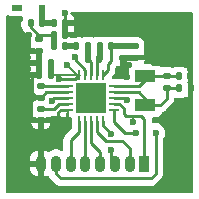
<source format=gbr>
%TF.GenerationSoftware,KiCad,Pcbnew,8.0.5*%
%TF.CreationDate,2024-10-24T22:42:24-04:00*%
%TF.ProjectId,NRF24L01 2.4GHZ,4e524632-344c-4303-9120-322e3447485a,rev?*%
%TF.SameCoordinates,Original*%
%TF.FileFunction,Copper,L1,Top*%
%TF.FilePolarity,Positive*%
%FSLAX46Y46*%
G04 Gerber Fmt 4.6, Leading zero omitted, Abs format (unit mm)*
G04 Created by KiCad (PCBNEW 8.0.5) date 2024-10-24 22:42:24*
%MOMM*%
%LPD*%
G01*
G04 APERTURE LIST*
G04 Aperture macros list*
%AMRoundRect*
0 Rectangle with rounded corners*
0 $1 Rounding radius*
0 $2 $3 $4 $5 $6 $7 $8 $9 X,Y pos of 4 corners*
0 Add a 4 corners polygon primitive as box body*
4,1,4,$2,$3,$4,$5,$6,$7,$8,$9,$2,$3,0*
0 Add four circle primitives for the rounded corners*
1,1,$1+$1,$2,$3*
1,1,$1+$1,$4,$5*
1,1,$1+$1,$6,$7*
1,1,$1+$1,$8,$9*
0 Add four rect primitives between the rounded corners*
20,1,$1+$1,$2,$3,$4,$5,0*
20,1,$1+$1,$4,$5,$6,$7,0*
20,1,$1+$1,$6,$7,$8,$9,0*
20,1,$1+$1,$8,$9,$2,$3,0*%
G04 Aperture macros list end*
%TA.AperFunction,SMDPad,CuDef*%
%ADD10RoundRect,0.140000X-0.170000X0.140000X-0.170000X-0.140000X0.170000X-0.140000X0.170000X0.140000X0*%
%TD*%
%TA.AperFunction,SMDPad,CuDef*%
%ADD11RoundRect,0.140000X-0.140000X-0.170000X0.140000X-0.170000X0.140000X0.170000X-0.140000X0.170000X0*%
%TD*%
%TA.AperFunction,SMDPad,CuDef*%
%ADD12RoundRect,0.062500X0.062500X-0.350000X0.062500X0.350000X-0.062500X0.350000X-0.062500X-0.350000X0*%
%TD*%
%TA.AperFunction,SMDPad,CuDef*%
%ADD13RoundRect,0.062500X0.350000X-0.062500X0.350000X0.062500X-0.350000X0.062500X-0.350000X-0.062500X0*%
%TD*%
%TA.AperFunction,HeatsinkPad*%
%ADD14R,2.500000X2.500000*%
%TD*%
%TA.AperFunction,SMDPad,CuDef*%
%ADD15RoundRect,0.140000X0.140000X0.170000X-0.140000X0.170000X-0.140000X-0.170000X0.140000X-0.170000X0*%
%TD*%
%TA.AperFunction,SMDPad,CuDef*%
%ADD16RoundRect,0.135000X-0.185000X0.135000X-0.185000X-0.135000X0.185000X-0.135000X0.185000X0.135000X0*%
%TD*%
%TA.AperFunction,SMDPad,CuDef*%
%ADD17RoundRect,0.147500X0.147500X0.172500X-0.147500X0.172500X-0.147500X-0.172500X0.147500X-0.172500X0*%
%TD*%
%TA.AperFunction,SMDPad,CuDef*%
%ADD18RoundRect,0.135000X0.185000X-0.135000X0.185000X0.135000X-0.185000X0.135000X-0.185000X-0.135000X0*%
%TD*%
%TA.AperFunction,ConnectorPad*%
%ADD19R,0.500000X0.500000*%
%TD*%
%TA.AperFunction,ComponentPad*%
%ADD20R,0.900000X0.500000*%
%TD*%
%TA.AperFunction,SMDPad,CuDef*%
%ADD21RoundRect,0.147500X-0.147500X-0.172500X0.147500X-0.172500X0.147500X0.172500X-0.147500X0.172500X0*%
%TD*%
%TA.AperFunction,ComponentPad*%
%ADD22RoundRect,0.225000X0.225000X0.475000X-0.225000X0.475000X-0.225000X-0.475000X0.225000X-0.475000X0*%
%TD*%
%TA.AperFunction,ComponentPad*%
%ADD23O,0.900000X1.400000*%
%TD*%
%TA.AperFunction,SMDPad,CuDef*%
%ADD24R,1.800000X1.000000*%
%TD*%
%TA.AperFunction,ViaPad*%
%ADD25C,0.600000*%
%TD*%
%TA.AperFunction,Conductor*%
%ADD26C,0.508000*%
%TD*%
%TA.AperFunction,Conductor*%
%ADD27C,0.254000*%
%TD*%
%TA.AperFunction,Conductor*%
%ADD28C,0.200000*%
%TD*%
G04 APERTURE END LIST*
D10*
%TO.P,C10,1*%
%TO.N,Net-(C10-Pad1)*%
X151720000Y-87280000D03*
%TO.P,C10,2*%
%TO.N,GNDREF*%
X151720000Y-88240000D03*
%TD*%
D11*
%TO.P,C1,1*%
%TO.N,Net-(U1-XC2)*%
X163565000Y-91420000D03*
%TO.P,C1,2*%
%TO.N,GNDREF*%
X164525000Y-91420000D03*
%TD*%
%TO.P,C6,1*%
%TO.N,Net-(C10-Pad1)*%
X152960000Y-86880000D03*
%TO.P,C6,2*%
%TO.N,GNDREF*%
X153920000Y-86880000D03*
%TD*%
D12*
%TO.P,U1,1,CE*%
%TO.N,Net-(J1-Pin_6)*%
X155082500Y-94167500D03*
%TO.P,U1,2,CSN*%
%TO.N,Net-(J1-Pin_5)*%
X155582500Y-94167500D03*
%TO.P,U1,3,SCK*%
%TO.N,Net-(J1-Pin_4)*%
X156082500Y-94167500D03*
%TO.P,U1,4,MOSI*%
%TO.N,Net-(J1-Pin_2)*%
X156582500Y-94167500D03*
%TO.P,U1,5,MISO*%
%TO.N,Net-(J1-Pin_3)*%
X157082500Y-94167500D03*
D13*
%TO.P,U1,6,IRQ*%
%TO.N,Net-(J1-Pin_7)*%
X158020000Y-93230000D03*
%TO.P,U1,7,VDD*%
%TO.N,VDD*%
X158020000Y-92730000D03*
%TO.P,U1,8,VSS*%
%TO.N,GNDREF*%
X158020000Y-92230000D03*
%TO.P,U1,9,XC2*%
%TO.N,Net-(U1-XC2)*%
X158020000Y-91730000D03*
%TO.P,U1,10,XC1*%
%TO.N,Net-(U1-XC1)*%
X158020000Y-91230000D03*
D12*
%TO.P,U1,11,VDD_PA*%
%TO.N,Net-(U1-VDD_PA)*%
X157082500Y-90292500D03*
%TO.P,U1,12,ANT1*%
%TO.N,Net-(U1-ANT1)*%
X156582500Y-90292500D03*
%TO.P,U1,13,ANT2*%
%TO.N,Net-(U1-ANT2)*%
X156082500Y-90292500D03*
%TO.P,U1,14,VSS*%
%TO.N,GNDREF*%
X155582500Y-90292500D03*
%TO.P,U1,15,VDD*%
%TO.N,VDD*%
X155082500Y-90292500D03*
D13*
%TO.P,U1,16,IREF*%
%TO.N,Net-(U1-IREF)*%
X154145000Y-91230000D03*
%TO.P,U1,17,VSS*%
%TO.N,GNDREF*%
X154145000Y-91730000D03*
%TO.P,U1,18,VDD*%
%TO.N,VDD*%
X154145000Y-92230000D03*
%TO.P,U1,19,DVDD*%
%TO.N,Net-(U1-DVDD)*%
X154145000Y-92730000D03*
%TO.P,U1,20,VSS*%
%TO.N,GNDREF*%
X154145000Y-93230000D03*
D14*
%TO.P,U1,21*%
%TO.N,N/C*%
X156082500Y-92230000D03*
%TD*%
D15*
%TO.P,C9,1*%
%TO.N,VDD*%
X152670000Y-89260000D03*
%TO.P,C9,2*%
%TO.N,GNDREF*%
X151710000Y-89260000D03*
%TD*%
D10*
%TO.P,C4,1*%
%TO.N,Net-(U1-VDD_PA)*%
X158830000Y-87850000D03*
%TO.P,C4,2*%
%TO.N,GNDREF*%
X158830000Y-88810000D03*
%TD*%
D16*
%TO.P,R2,1*%
%TO.N,Net-(U1-IREF)*%
X151840000Y-91230000D03*
%TO.P,R2,2*%
%TO.N,GNDREF*%
X151840000Y-92250000D03*
%TD*%
D17*
%TO.P,L3,1,1*%
%TO.N,Net-(U1-ANT2)*%
X155835000Y-87870000D03*
%TO.P,L3,2,2*%
%TO.N,Net-(C5-Pad1)*%
X154865000Y-87870000D03*
%TD*%
D11*
%TO.P,C11,1*%
%TO.N,Net-(AE1-A)*%
X152960000Y-85870000D03*
%TO.P,C11,2*%
%TO.N,GNDREF*%
X153920000Y-85870000D03*
%TD*%
D18*
%TO.P,R1,1*%
%TO.N,Net-(U1-XC2)*%
X162505000Y-91410000D03*
%TO.P,R1,2*%
%TO.N,Net-(U1-XC1)*%
X162505000Y-90390000D03*
%TD*%
D19*
%TO.P,AE1,1,A*%
%TO.N,Net-(AE1-A)*%
X151970000Y-84585000D03*
D20*
%TO.P,AE1,2*%
%TO.N,N/C*%
X149870000Y-84585000D03*
%TD*%
D15*
%TO.P,C8,1*%
%TO.N,VDD*%
X152680000Y-90290000D03*
%TO.P,C8,2*%
%TO.N,GNDREF*%
X151720000Y-90290000D03*
%TD*%
D21*
%TO.P,L4,1,1*%
%TO.N,Net-(C10-Pad1)*%
X151000000Y-85880000D03*
%TO.P,L4,2,2*%
%TO.N,Net-(AE1-A)*%
X151970000Y-85880000D03*
%TD*%
D11*
%TO.P,C2,1*%
%TO.N,Net-(U1-XC1)*%
X163555000Y-90390000D03*
%TO.P,C2,2*%
%TO.N,GNDREF*%
X164515000Y-90390000D03*
%TD*%
D22*
%TO.P,J1,1,Pin_1*%
%TO.N,VDD*%
X160625000Y-97790000D03*
D23*
%TO.P,J1,2,Pin_2*%
%TO.N,Net-(J1-Pin_2)*%
X159375000Y-97790000D03*
%TO.P,J1,3,Pin_3*%
%TO.N,Net-(J1-Pin_3)*%
X158125000Y-97790000D03*
%TO.P,J1,4,Pin_4*%
%TO.N,Net-(J1-Pin_4)*%
X156875000Y-97790000D03*
%TO.P,J1,5,Pin_5*%
%TO.N,Net-(J1-Pin_5)*%
X155625000Y-97790000D03*
%TO.P,J1,6,Pin_6*%
%TO.N,Net-(J1-Pin_6)*%
X154375000Y-97790000D03*
%TO.P,J1,7,Pin_7*%
%TO.N,Net-(J1-Pin_7)*%
X153125000Y-97790000D03*
%TO.P,J1,8,Pin_8*%
%TO.N,GNDREF*%
X151875000Y-97790000D03*
%TD*%
D15*
%TO.P,C5,1*%
%TO.N,Net-(C5-Pad1)*%
X153920000Y-87870000D03*
%TO.P,C5,2*%
%TO.N,Net-(C10-Pad1)*%
X152960000Y-87870000D03*
%TD*%
D17*
%TO.P,L1,1,1*%
%TO.N,Net-(U1-ANT1)*%
X156815000Y-88920000D03*
%TO.P,L1,2,2*%
%TO.N,Net-(U1-ANT2)*%
X155845000Y-88920000D03*
%TD*%
D21*
%TO.P,L2,1,1*%
%TO.N,Net-(U1-ANT1)*%
X156825000Y-87860000D03*
%TO.P,L2,2,2*%
%TO.N,Net-(U1-VDD_PA)*%
X157795000Y-87860000D03*
%TD*%
D10*
%TO.P,C7,1*%
%TO.N,Net-(U1-DVDD)*%
X151860000Y-93160000D03*
%TO.P,C7,2*%
%TO.N,GNDREF*%
X151860000Y-94120000D03*
%TD*%
D24*
%TO.P,Y1,1,1*%
%TO.N,Net-(U1-XC2)*%
X160705000Y-92860000D03*
%TO.P,Y1,2,2*%
%TO.N,Net-(U1-XC1)*%
X160705000Y-90360000D03*
%TD*%
D10*
%TO.P,C3,1*%
%TO.N,Net-(U1-VDD_PA)*%
X159850000Y-87850000D03*
%TO.P,C3,2*%
%TO.N,GNDREF*%
X159850000Y-88810000D03*
%TD*%
D25*
%TO.N,GNDREF*%
X150057500Y-85575000D03*
X149202500Y-85565000D03*
X157440000Y-85810000D03*
X161500000Y-85780000D03*
X155590000Y-92620000D03*
X162890000Y-88470000D03*
X164240000Y-85760000D03*
X156610000Y-91500000D03*
X162870000Y-85780000D03*
X163550000Y-85760000D03*
X158780000Y-86500000D03*
X159460000Y-86480000D03*
X162880000Y-87140000D03*
X157410000Y-86500000D03*
X159140000Y-90500000D03*
X163570000Y-87770000D03*
X156620000Y-92620000D03*
X164260000Y-87770000D03*
X155410000Y-85830000D03*
X153920000Y-85070000D03*
X156100000Y-85830000D03*
X162170000Y-87810000D03*
X163550000Y-86450000D03*
X160160000Y-85800000D03*
X164240000Y-86450000D03*
X160800000Y-86500000D03*
X158100000Y-86500000D03*
X162170000Y-86480000D03*
X161470000Y-87150000D03*
X164260000Y-88450000D03*
X150810000Y-86940000D03*
X159120000Y-92380000D03*
X154720000Y-86930000D03*
X162870000Y-86470000D03*
X162160000Y-87150000D03*
X162890000Y-87790000D03*
X154730000Y-88740000D03*
X163570000Y-88450000D03*
X162190000Y-85780000D03*
X158790000Y-85820000D03*
X160820000Y-85800000D03*
X160150000Y-86480000D03*
X158130000Y-85810000D03*
X155580000Y-91500000D03*
X161480000Y-86480000D03*
X159314265Y-89465735D03*
X156760000Y-85830000D03*
X159470000Y-85800000D03*
X164250000Y-87120000D03*
X163560000Y-87120000D03*
%TO.N,VDD*%
X154090000Y-89460000D03*
X152757164Y-92466122D03*
X153368353Y-90603000D03*
X159690000Y-94260000D03*
%TO.N,Net-(J1-Pin_3)*%
X157820000Y-96670000D03*
X157820000Y-95283000D03*
%TO.N,Net-(J1-Pin_7)*%
X161560000Y-95160000D03*
X159940000Y-95190000D03*
%TD*%
D26*
%TO.N,Net-(AE1-A)*%
X151980000Y-85870000D02*
X151970000Y-85880000D01*
X151970000Y-85880000D02*
X151970000Y-84585000D01*
X152960000Y-85870000D02*
X151980000Y-85870000D01*
D27*
%TO.N,GNDREF*%
X151875000Y-94135000D02*
X151860000Y-94120000D01*
X158020000Y-92230000D02*
X158970000Y-92230000D01*
X161365000Y-89400000D02*
X164025000Y-89400000D01*
X152920000Y-94120000D02*
X153300000Y-93740000D01*
X151140000Y-91780000D02*
X151290000Y-91930000D01*
X152317108Y-91730000D02*
X154145000Y-91730000D01*
X158830000Y-88981470D02*
X159314265Y-89465735D01*
X151030000Y-93900000D02*
X151250000Y-94120000D01*
X160485000Y-88810000D02*
X160630000Y-88665000D01*
D28*
X160000000Y-88810000D02*
X159850000Y-88810000D01*
D27*
X154730000Y-88974932D02*
X154730000Y-88740000D01*
X153970000Y-86930000D02*
X153920000Y-86880000D01*
D26*
X151720000Y-89250000D02*
X151710000Y-89260000D01*
D27*
X158830000Y-88810000D02*
X158830000Y-88981470D01*
X164515000Y-90390000D02*
X164515000Y-91410000D01*
X160350000Y-86930000D02*
X154720000Y-86930000D01*
X150810000Y-86940000D02*
X150810000Y-87990000D01*
X153300000Y-93452052D02*
X153522052Y-93230000D01*
X153920000Y-85870000D02*
X153920000Y-85070000D01*
X159850000Y-88810000D02*
X160485000Y-88810000D01*
X159140000Y-89640000D02*
X159314265Y-89465735D01*
D26*
X151720000Y-89370000D02*
X151720000Y-90390000D01*
D27*
X155582500Y-89827432D02*
X154730000Y-88974932D01*
X151840000Y-92207108D02*
X152317108Y-91730000D01*
X151840000Y-92250000D02*
X151840000Y-92207108D01*
X154720000Y-86930000D02*
X153970000Y-86930000D01*
X151030000Y-92510000D02*
X151030000Y-93900000D01*
X158970000Y-92230000D02*
X159120000Y-92380000D01*
X164025000Y-89400000D02*
X164515000Y-89890000D01*
X153300000Y-93740000D02*
X153300000Y-93452052D01*
X161365000Y-89400000D02*
X160630000Y-88665000D01*
X151290000Y-91930000D02*
X151290000Y-92250000D01*
X151840000Y-92250000D02*
X151290000Y-92250000D01*
X151875000Y-97790000D02*
X151875000Y-94135000D01*
X151860000Y-94120000D02*
X152920000Y-94120000D01*
X159140000Y-90500000D02*
X159140000Y-89640000D01*
X151060000Y-88240000D02*
X151720000Y-88240000D01*
X164515000Y-91410000D02*
X164525000Y-91420000D01*
D26*
X151720000Y-88240000D02*
X151720000Y-89250000D01*
D27*
X150810000Y-87990000D02*
X151060000Y-88240000D01*
X164515000Y-89890000D02*
X164515000Y-90390000D01*
X151290000Y-92250000D02*
X151030000Y-92510000D01*
X151340000Y-90290000D02*
X151140000Y-90490000D01*
X160630000Y-88665000D02*
X160630000Y-87210000D01*
X151140000Y-90490000D02*
X151140000Y-91780000D01*
D26*
X151720000Y-90390000D02*
X151730000Y-90400000D01*
D27*
X155582500Y-90292500D02*
X155582500Y-89827432D01*
X160630000Y-87210000D02*
X160350000Y-86930000D01*
X151250000Y-94120000D02*
X151860000Y-94120000D01*
X151720000Y-90290000D02*
X151340000Y-90290000D01*
D26*
X158830000Y-88810000D02*
X159850000Y-88810000D01*
D27*
X153522052Y-93230000D02*
X154145000Y-93230000D01*
D26*
X153920000Y-85870000D02*
X153920000Y-86880000D01*
D27*
%TO.N,Net-(U1-XC2)*%
X162515000Y-91420000D02*
X162505000Y-91410000D01*
X158020000Y-91730000D02*
X160145000Y-91730000D01*
X160705000Y-92290000D02*
X160705000Y-92860000D01*
X163565000Y-91420000D02*
X162515000Y-91420000D01*
X160145000Y-91730000D02*
X160705000Y-92290000D01*
X162505000Y-92280000D02*
X161925000Y-92860000D01*
X162505000Y-91410000D02*
X162505000Y-92280000D01*
X161925000Y-92860000D02*
X160705000Y-92860000D01*
%TO.N,Net-(U1-XC1)*%
X160175000Y-91230000D02*
X160705000Y-90700000D01*
X160705000Y-90700000D02*
X160705000Y-90360000D01*
X158020000Y-91230000D02*
X160175000Y-91230000D01*
X160735000Y-90390000D02*
X160705000Y-90360000D01*
X163555000Y-90390000D02*
X162505000Y-90390000D01*
X162505000Y-90390000D02*
X160735000Y-90390000D01*
%TO.N,Net-(U1-VDD_PA)*%
X157540000Y-89835000D02*
X157540000Y-89370000D01*
D26*
X157795000Y-87860000D02*
X158820000Y-87860000D01*
X159850000Y-87850000D02*
X158830000Y-87850000D01*
D27*
X157082500Y-90292500D02*
X157540000Y-89835000D01*
D26*
X158820000Y-87860000D02*
X158830000Y-87850000D01*
D27*
X157540000Y-89370000D02*
X157795000Y-89115000D01*
X157795000Y-89115000D02*
X157795000Y-87860000D01*
D26*
%TO.N,Net-(C5-Pad1)*%
X153920000Y-87870000D02*
X154865000Y-87870000D01*
D27*
%TO.N,Net-(C10-Pad1)*%
X151650000Y-86880000D02*
X152960000Y-86880000D01*
X151720000Y-87280000D02*
X151720000Y-86950000D01*
D26*
X152960000Y-86880000D02*
X152960000Y-87870000D01*
D27*
X151000000Y-85880000D02*
X151000000Y-86230000D01*
X151000000Y-86230000D02*
X151650000Y-86880000D01*
X151720000Y-86950000D02*
X151650000Y-86880000D01*
%TO.N,Net-(U1-DVDD)*%
X153380000Y-92730000D02*
X154145000Y-92730000D01*
X152950000Y-93160000D02*
X153380000Y-92730000D01*
X151860000Y-93160000D02*
X152950000Y-93160000D01*
%TO.N,VDD*%
X152993286Y-92230000D02*
X152757164Y-92466122D01*
X158870000Y-93564000D02*
X159056000Y-93750000D01*
D26*
X152670000Y-89260000D02*
X152670000Y-90280000D01*
D28*
X155082500Y-90292500D02*
X154922500Y-90292500D01*
D27*
X153368353Y-90603000D02*
X154772000Y-90603000D01*
X159820000Y-93750000D02*
X160350000Y-93750000D01*
X159056000Y-93750000D02*
X159820000Y-93750000D01*
D28*
X152980000Y-90290000D02*
X152982500Y-90292500D01*
D27*
X160350000Y-93750000D02*
X160625000Y-94025000D01*
X158870000Y-93114932D02*
X158870000Y-93564000D01*
D26*
X152670000Y-90280000D02*
X152680000Y-90290000D01*
D28*
X154922500Y-90292500D02*
X154090000Y-89460000D01*
X159690000Y-94260000D02*
X159690000Y-93880000D01*
X152982500Y-90292500D02*
X155082500Y-90292500D01*
X152680000Y-90290000D02*
X152980000Y-90290000D01*
D27*
X160625000Y-94025000D02*
X160625000Y-97790000D01*
X154145000Y-92230000D02*
X152993286Y-92230000D01*
X154772000Y-90603000D02*
X155082500Y-90292500D01*
X158020000Y-92730000D02*
X158485068Y-92730000D01*
X158485068Y-92730000D02*
X158870000Y-93114932D01*
D28*
X159690000Y-93880000D02*
X159820000Y-93750000D01*
D27*
%TO.N,Net-(J1-Pin_5)*%
X155582500Y-97747500D02*
X155625000Y-97790000D01*
X155582500Y-94167500D02*
X155582500Y-97747500D01*
%TO.N,Net-(J1-Pin_6)*%
X155082500Y-95107500D02*
X154375000Y-95815000D01*
X155082500Y-94167500D02*
X155082500Y-95107500D01*
X154375000Y-95815000D02*
X154375000Y-97790000D01*
%TO.N,Net-(J1-Pin_3)*%
X157082500Y-94545500D02*
X157820000Y-95283000D01*
X157820000Y-97485000D02*
X158125000Y-97790000D01*
X157820000Y-96670000D02*
X157820000Y-97485000D01*
X157082500Y-94167500D02*
X157082500Y-94545500D01*
%TO.N,Net-(J1-Pin_7)*%
X158020000Y-94230000D02*
X158070000Y-94280000D01*
X153540000Y-99050000D02*
X161140000Y-99050000D01*
X158070000Y-94280000D02*
X158980000Y-95190000D01*
X158020000Y-93230000D02*
X158020000Y-94230000D01*
X161560000Y-98630000D02*
X161560000Y-95160000D01*
X153125000Y-97790000D02*
X153125000Y-98635000D01*
X158980000Y-95190000D02*
X159940000Y-95190000D01*
X161140000Y-99050000D02*
X161560000Y-98630000D01*
X153125000Y-98635000D02*
X153540000Y-99050000D01*
%TO.N,Net-(J1-Pin_2)*%
X159375000Y-97790000D02*
X159375000Y-97336000D01*
X156582500Y-95112500D02*
X156582500Y-94167500D01*
X159375000Y-97336000D02*
X159380000Y-97331000D01*
X159380000Y-97331000D02*
X159380000Y-96490000D01*
X157380000Y-95910000D02*
X156582500Y-95112500D01*
X159380000Y-96490000D02*
X158840000Y-95950000D01*
X158840000Y-95910000D02*
X157380000Y-95910000D01*
X158840000Y-95950000D02*
X158840000Y-95910000D01*
%TO.N,Net-(J1-Pin_4)*%
X156082500Y-96032500D02*
X156875000Y-96825000D01*
X156082500Y-94167500D02*
X156082500Y-96032500D01*
X156875000Y-96825000D02*
X156875000Y-97790000D01*
%TO.N,Net-(U1-ANT1)*%
X156815000Y-88920000D02*
X156582500Y-89152500D01*
X156582500Y-89152500D02*
X156582500Y-90292500D01*
D26*
X156825000Y-88910000D02*
X156815000Y-88920000D01*
X156825000Y-87860000D02*
X156825000Y-88910000D01*
D27*
%TO.N,Net-(U1-ANT2)*%
X155845000Y-88920000D02*
X156082500Y-89157500D01*
X156082500Y-89157500D02*
X156082500Y-90292500D01*
D26*
X155835000Y-87870000D02*
X155835000Y-88910000D01*
X155835000Y-88910000D02*
X155845000Y-88920000D01*
D27*
%TO.N,Net-(U1-IREF)*%
X151840000Y-91230000D02*
X154145000Y-91230000D01*
%TD*%
%TA.AperFunction,Conductor*%
%TO.N,GNDREF*%
G36*
X164682539Y-84949685D02*
G01*
X164728294Y-85002489D01*
X164739500Y-85054000D01*
X164739500Y-100135500D01*
X164719815Y-100202539D01*
X164667011Y-100248294D01*
X164615500Y-100259500D01*
X149044500Y-100259500D01*
X148977461Y-100239815D01*
X148931706Y-100187011D01*
X148920500Y-100135500D01*
X148920500Y-98133571D01*
X150925000Y-98133571D01*
X150961506Y-98317097D01*
X150961508Y-98317105D01*
X151033119Y-98489991D01*
X151033124Y-98490000D01*
X151137086Y-98645589D01*
X151137089Y-98645593D01*
X151269406Y-98777910D01*
X151269410Y-98777913D01*
X151424999Y-98881875D01*
X151425012Y-98881882D01*
X151597889Y-98953489D01*
X151597896Y-98953491D01*
X151625000Y-98958882D01*
X151625000Y-98040000D01*
X150925000Y-98040000D01*
X150925000Y-98133571D01*
X148920500Y-98133571D01*
X148920500Y-97446428D01*
X150925000Y-97446428D01*
X150925000Y-97540000D01*
X151625000Y-97540000D01*
X151625000Y-96621116D01*
X151624999Y-96621115D01*
X151597899Y-96626506D01*
X151597896Y-96626507D01*
X151425008Y-96698119D01*
X151424999Y-96698124D01*
X151269410Y-96802086D01*
X151269406Y-96802089D01*
X151137089Y-96934406D01*
X151137086Y-96934410D01*
X151033124Y-97089999D01*
X151033119Y-97090008D01*
X150961508Y-97262894D01*
X150961506Y-97262902D01*
X150925000Y-97446428D01*
X148920500Y-97446428D01*
X148920500Y-94370000D01*
X151055496Y-94370000D01*
X151097968Y-94516195D01*
X151180278Y-94655374D01*
X151180285Y-94655383D01*
X151294616Y-94769714D01*
X151294625Y-94769721D01*
X151433804Y-94852031D01*
X151589089Y-94897145D01*
X151610000Y-94898789D01*
X152110000Y-94898789D01*
X152130910Y-94897145D01*
X152286195Y-94852031D01*
X152425374Y-94769721D01*
X152425383Y-94769714D01*
X152539714Y-94655383D01*
X152539721Y-94655374D01*
X152622031Y-94516195D01*
X152664504Y-94370000D01*
X152110000Y-94370000D01*
X152110000Y-94898789D01*
X151610000Y-94898789D01*
X151610000Y-94370000D01*
X151055496Y-94370000D01*
X148920500Y-94370000D01*
X148920500Y-89510000D01*
X150931210Y-89510000D01*
X150932854Y-89530910D01*
X150977968Y-89686195D01*
X150977970Y-89686199D01*
X150998157Y-89720334D01*
X151015340Y-89788058D01*
X150998159Y-89846572D01*
X150987968Y-89863803D01*
X150987966Y-89863809D01*
X150942855Y-90019081D01*
X150942854Y-90019087D01*
X150941209Y-90039999D01*
X150941210Y-90040000D01*
X151460000Y-90040000D01*
X151460000Y-89510000D01*
X150931210Y-89510000D01*
X148920500Y-89510000D01*
X148920500Y-88490000D01*
X150915496Y-88490000D01*
X150957968Y-88636195D01*
X150989071Y-88688787D01*
X151006254Y-88756511D01*
X150989072Y-88815028D01*
X150977968Y-88833803D01*
X150977967Y-88833806D01*
X150932855Y-88989081D01*
X150932854Y-88989087D01*
X150931209Y-89009999D01*
X150931210Y-89010000D01*
X151460000Y-89010000D01*
X151460000Y-88490000D01*
X150915496Y-88490000D01*
X148920500Y-88490000D01*
X148920500Y-85334001D01*
X148940185Y-85266962D01*
X148992989Y-85221207D01*
X149062147Y-85211263D01*
X149118810Y-85234734D01*
X149161861Y-85266962D01*
X149177668Y-85278795D01*
X149177671Y-85278797D01*
X149312517Y-85329091D01*
X149312516Y-85329091D01*
X149319444Y-85329835D01*
X149372127Y-85335500D01*
X150120630Y-85335499D01*
X150187669Y-85355183D01*
X150233424Y-85407987D01*
X150243368Y-85477146D01*
X150239706Y-85494094D01*
X150207391Y-85605320D01*
X150207390Y-85605326D01*
X150204500Y-85642052D01*
X150204500Y-86117947D01*
X150207390Y-86154673D01*
X150207391Y-86154679D01*
X150253066Y-86311892D01*
X150253068Y-86311895D01*
X150336408Y-86452817D01*
X150336414Y-86452825D01*
X150452174Y-86568585D01*
X150452177Y-86568587D01*
X150452180Y-86568590D01*
X150459911Y-86573162D01*
X150499889Y-86611001D01*
X150512591Y-86630011D01*
X150873181Y-86990600D01*
X150906666Y-87051923D01*
X150909500Y-87078281D01*
X150909500Y-87484697D01*
X150912356Y-87520991D01*
X150912357Y-87520997D01*
X150957504Y-87676390D01*
X150957507Y-87676397D01*
X150969910Y-87697370D01*
X150987093Y-87765094D01*
X150969912Y-87823608D01*
X150957968Y-87843804D01*
X150915496Y-87990000D01*
X151221648Y-87990000D01*
X151284766Y-88007267D01*
X151293605Y-88012494D01*
X151293608Y-88012494D01*
X151293610Y-88012496D01*
X151449002Y-88057642D01*
X151449005Y-88057642D01*
X151449007Y-88057643D01*
X151485310Y-88060500D01*
X151485318Y-88060500D01*
X151846000Y-88060500D01*
X151913039Y-88080185D01*
X151958794Y-88132989D01*
X151970000Y-88184500D01*
X151970000Y-88744738D01*
X151952733Y-88807857D01*
X151944335Y-88822057D01*
X151937504Y-88833608D01*
X151937504Y-88833609D01*
X151892357Y-88989002D01*
X151892356Y-88989008D01*
X151889500Y-89025302D01*
X151889500Y-89494697D01*
X151892356Y-89530991D01*
X151892357Y-89530993D01*
X151908191Y-89585494D01*
X151910576Y-89593701D01*
X151915500Y-89628297D01*
X151915500Y-89956121D01*
X151910576Y-89990716D01*
X151902357Y-90019002D01*
X151902356Y-90019008D01*
X151899500Y-90055302D01*
X151899500Y-90335500D01*
X151879815Y-90402539D01*
X151827011Y-90448294D01*
X151775501Y-90459500D01*
X151590830Y-90459500D01*
X151590808Y-90459501D01*
X151554794Y-90462335D01*
X151400611Y-90507129D01*
X151400602Y-90507133D01*
X151374226Y-90522732D01*
X151311106Y-90540000D01*
X150941210Y-90540000D01*
X150942854Y-90560910D01*
X150987968Y-90716195D01*
X150987968Y-90716196D01*
X151037975Y-90800753D01*
X151055158Y-90868478D01*
X151050320Y-90898467D01*
X151022336Y-90994793D01*
X151022334Y-90994802D01*
X151019500Y-91030811D01*
X151019500Y-91429169D01*
X151019501Y-91429191D01*
X151022335Y-91465205D01*
X151067129Y-91619388D01*
X151067130Y-91619391D01*
X151101419Y-91677371D01*
X151118601Y-91745095D01*
X151101419Y-91803611D01*
X151067594Y-91860806D01*
X151027156Y-92000000D01*
X151579591Y-92000000D01*
X151589318Y-92000382D01*
X151589516Y-92000397D01*
X151590819Y-92000500D01*
X151897239Y-92000499D01*
X151964277Y-92020183D01*
X152010032Y-92072987D01*
X152019976Y-92142146D01*
X152014280Y-92165453D01*
X151969496Y-92293439D01*
X151967298Y-92292670D01*
X151938553Y-92344067D01*
X151876893Y-92376928D01*
X151851766Y-92379500D01*
X151625302Y-92379500D01*
X151589008Y-92382356D01*
X151589002Y-92382357D01*
X151433609Y-92427504D01*
X151433606Y-92427505D01*
X151340223Y-92482732D01*
X151277102Y-92500000D01*
X151027156Y-92500000D01*
X151067595Y-92639194D01*
X151084575Y-92667906D01*
X151101758Y-92735630D01*
X151096919Y-92765622D01*
X151052357Y-92919002D01*
X151052356Y-92919008D01*
X151049500Y-92955302D01*
X151049500Y-93364697D01*
X151052356Y-93400991D01*
X151052357Y-93400997D01*
X151097504Y-93556390D01*
X151097507Y-93556397D01*
X151109910Y-93577370D01*
X151127093Y-93645094D01*
X151109912Y-93703608D01*
X151097968Y-93723804D01*
X151055496Y-93870000D01*
X151361648Y-93870000D01*
X151424766Y-93887267D01*
X151433605Y-93892494D01*
X151433608Y-93892494D01*
X151433610Y-93892496D01*
X151589002Y-93937642D01*
X151589005Y-93937642D01*
X151589007Y-93937643D01*
X151625310Y-93940500D01*
X151625318Y-93940500D01*
X152094682Y-93940500D01*
X152094690Y-93940500D01*
X152130993Y-93937643D01*
X152130995Y-93937642D01*
X152130997Y-93937642D01*
X152286389Y-93892496D01*
X152286389Y-93892495D01*
X152286395Y-93892494D01*
X152295233Y-93887267D01*
X152358352Y-93870000D01*
X152664505Y-93870000D01*
X152689246Y-93837048D01*
X152745240Y-93795256D01*
X152788407Y-93787500D01*
X153011804Y-93787500D01*
X153011805Y-93787499D01*
X153133035Y-93763386D01*
X153219025Y-93727767D01*
X153247233Y-93716083D01*
X153267311Y-93702666D01*
X153333987Y-93681787D01*
X153401368Y-93700270D01*
X153411691Y-93707392D01*
X153511321Y-93783842D01*
X153648158Y-93840521D01*
X153758122Y-93854999D01*
X153758137Y-93855000D01*
X154020000Y-93855000D01*
X154020000Y-93481500D01*
X154039685Y-93414461D01*
X154092489Y-93368706D01*
X154144000Y-93357500D01*
X154146000Y-93357500D01*
X154213039Y-93377185D01*
X154258794Y-93429989D01*
X154270000Y-93481500D01*
X154270000Y-93855000D01*
X154333000Y-93855000D01*
X154400039Y-93874685D01*
X154445794Y-93927489D01*
X154457000Y-93979000D01*
X154457000Y-94083431D01*
X154455406Y-94099621D01*
X154455597Y-94099640D01*
X154455000Y-94105701D01*
X154455000Y-94796219D01*
X154435315Y-94863258D01*
X154418681Y-94883900D01*
X153974992Y-95327589D01*
X153931289Y-95371292D01*
X153887586Y-95414994D01*
X153887585Y-95414996D01*
X153818233Y-95518789D01*
X153816586Y-95523393D01*
X153771614Y-95631964D01*
X153771612Y-95631972D01*
X153752717Y-95726966D01*
X153747500Y-95753192D01*
X153747500Y-96583454D01*
X153727815Y-96650493D01*
X153675011Y-96696248D01*
X153605853Y-96706192D01*
X153576048Y-96698015D01*
X153402255Y-96626028D01*
X153402243Y-96626025D01*
X153218620Y-96589500D01*
X153218616Y-96589500D01*
X153031384Y-96589500D01*
X153031379Y-96589500D01*
X152847756Y-96626025D01*
X152847748Y-96626027D01*
X152674771Y-96697676D01*
X152674757Y-96697684D01*
X152568440Y-96768723D01*
X152501763Y-96789601D01*
X152434383Y-96771116D01*
X152430660Y-96768723D01*
X152325005Y-96698127D01*
X152324991Y-96698119D01*
X152152103Y-96626507D01*
X152152100Y-96626506D01*
X152125000Y-96621115D01*
X152125000Y-97623011D01*
X152115060Y-97605795D01*
X152059205Y-97549940D01*
X151990796Y-97510444D01*
X151914496Y-97490000D01*
X151835504Y-97490000D01*
X151759204Y-97510444D01*
X151690795Y-97549940D01*
X151634940Y-97605795D01*
X151595444Y-97674204D01*
X151575000Y-97750504D01*
X151575000Y-97829496D01*
X151595444Y-97905796D01*
X151634940Y-97974205D01*
X151690795Y-98030060D01*
X151759204Y-98069556D01*
X151835504Y-98090000D01*
X151914496Y-98090000D01*
X151990796Y-98069556D01*
X152059205Y-98030060D01*
X152115060Y-97974205D01*
X152125000Y-97956988D01*
X152125000Y-98958881D01*
X152152103Y-98953491D01*
X152152110Y-98953489D01*
X152324987Y-98881882D01*
X152324996Y-98881877D01*
X152374072Y-98849085D01*
X152440749Y-98828206D01*
X152508130Y-98846689D01*
X152554821Y-98898667D01*
X152557526Y-98904733D01*
X152568915Y-98932230D01*
X152568917Y-98932233D01*
X152601067Y-98980349D01*
X152601067Y-98980350D01*
X152637585Y-99035003D01*
X152637591Y-99035011D01*
X153052589Y-99450008D01*
X153139992Y-99537411D01*
X153139994Y-99537413D01*
X153139996Y-99537414D01*
X153242756Y-99606076D01*
X153242758Y-99606077D01*
X153242767Y-99606083D01*
X153267772Y-99616440D01*
X153290071Y-99625677D01*
X153332254Y-99643149D01*
X153356966Y-99653386D01*
X153478192Y-99677499D01*
X153478196Y-99677500D01*
X153478197Y-99677500D01*
X161201804Y-99677500D01*
X161201805Y-99677499D01*
X161323035Y-99653386D01*
X161403784Y-99619937D01*
X161437233Y-99606083D01*
X161540008Y-99537411D01*
X161627411Y-99450008D01*
X162047411Y-99030008D01*
X162080592Y-98980349D01*
X162116083Y-98927233D01*
X162141047Y-98866965D01*
X162163386Y-98813034D01*
X162187500Y-98691803D01*
X162187500Y-98568197D01*
X162187500Y-95701671D01*
X162206507Y-95635698D01*
X162208854Y-95631964D01*
X162280608Y-95517768D01*
X162285788Y-95509524D01*
X162318865Y-95414996D01*
X162345368Y-95339255D01*
X162345369Y-95339249D01*
X162365565Y-95160003D01*
X162365565Y-95159996D01*
X162345369Y-94980750D01*
X162345368Y-94980745D01*
X162311480Y-94883900D01*
X162285789Y-94810478D01*
X162276829Y-94796219D01*
X162189815Y-94657737D01*
X162062262Y-94530184D01*
X161909523Y-94434211D01*
X161739254Y-94374631D01*
X161739249Y-94374630D01*
X161560004Y-94354435D01*
X161559996Y-94354435D01*
X161390383Y-94373545D01*
X161321561Y-94361490D01*
X161270182Y-94314141D01*
X161252500Y-94250325D01*
X161252500Y-93984499D01*
X161272185Y-93917460D01*
X161324989Y-93871705D01*
X161376500Y-93860499D01*
X161652871Y-93860499D01*
X161652872Y-93860499D01*
X161712483Y-93854091D01*
X161847331Y-93803796D01*
X161962546Y-93717546D01*
X162048796Y-93602331D01*
X162080402Y-93517591D01*
X162122273Y-93461657D01*
X162149131Y-93446363D01*
X162208872Y-93421617D01*
X162208871Y-93421617D01*
X162208877Y-93421615D01*
X162222233Y-93416083D01*
X162325008Y-93347411D01*
X162412411Y-93260008D01*
X162992411Y-92680008D01*
X163013025Y-92649157D01*
X163061083Y-92577233D01*
X163104243Y-92473035D01*
X163108386Y-92463034D01*
X163132500Y-92341803D01*
X163132500Y-92337157D01*
X163152185Y-92270118D01*
X163204989Y-92224363D01*
X163274147Y-92214419D01*
X163291088Y-92218079D01*
X163324007Y-92227643D01*
X163360310Y-92230500D01*
X163360318Y-92230500D01*
X163769682Y-92230500D01*
X163769690Y-92230500D01*
X163805993Y-92227643D01*
X163805995Y-92227642D01*
X163805997Y-92227642D01*
X163851510Y-92214419D01*
X163961395Y-92182494D01*
X163982369Y-92170089D01*
X164050088Y-92152906D01*
X164108613Y-92170090D01*
X164128803Y-92182031D01*
X164275000Y-92224504D01*
X164275000Y-91918352D01*
X164292267Y-91855233D01*
X164297494Y-91846395D01*
X164302419Y-91829445D01*
X164342642Y-91690997D01*
X164342643Y-91690991D01*
X164345499Y-91654697D01*
X164345500Y-91654690D01*
X164345500Y-91185310D01*
X164342643Y-91149007D01*
X164297494Y-90993605D01*
X164282266Y-90967857D01*
X164265000Y-90904738D01*
X164265000Y-90888352D01*
X164282269Y-90825229D01*
X164287494Y-90816395D01*
X164332643Y-90660993D01*
X164335500Y-90624690D01*
X164335500Y-90155310D01*
X164332643Y-90119007D01*
X164319131Y-90072500D01*
X164287495Y-89963608D01*
X164287492Y-89963600D01*
X164282266Y-89954763D01*
X164265000Y-89891645D01*
X164265000Y-89585494D01*
X164264998Y-89585493D01*
X164118809Y-89627965D01*
X164118806Y-89627967D01*
X164098608Y-89639912D01*
X164030884Y-89657092D01*
X163972370Y-89639910D01*
X163951397Y-89627507D01*
X163951390Y-89627504D01*
X163795997Y-89582357D01*
X163795991Y-89582356D01*
X163759697Y-89579500D01*
X163759690Y-89579500D01*
X163350310Y-89579500D01*
X163350302Y-89579500D01*
X163314008Y-89582356D01*
X163314002Y-89582357D01*
X163158609Y-89627504D01*
X163158608Y-89627504D01*
X163081117Y-89673332D01*
X163013393Y-89690514D01*
X162954878Y-89673331D01*
X162944393Y-89667131D01*
X162944389Y-89667130D01*
X162944388Y-89667129D01*
X162790208Y-89622335D01*
X162790202Y-89622334D01*
X162754181Y-89619500D01*
X162255830Y-89619500D01*
X162255808Y-89619501D01*
X162219796Y-89622335D01*
X162219792Y-89622335D01*
X162164631Y-89638360D01*
X162094762Y-89638159D01*
X162036093Y-89600215D01*
X162030773Y-89593594D01*
X162027176Y-89588789D01*
X161962546Y-89502454D01*
X161939709Y-89485358D01*
X161847335Y-89416206D01*
X161847328Y-89416202D01*
X161712482Y-89365908D01*
X161712483Y-89365908D01*
X161652883Y-89359501D01*
X161652881Y-89359500D01*
X161652873Y-89359500D01*
X161652865Y-89359500D01*
X160732645Y-89359500D01*
X160665606Y-89339815D01*
X160619851Y-89287011D01*
X160609907Y-89217853D01*
X160613568Y-89200906D01*
X160654504Y-89060000D01*
X159080000Y-89060000D01*
X159080000Y-89588789D01*
X159100913Y-89587144D01*
X159168567Y-89567490D01*
X159238437Y-89567689D01*
X159297107Y-89605631D01*
X159325950Y-89669270D01*
X159319345Y-89729896D01*
X159310908Y-89752515D01*
X159310908Y-89752516D01*
X159304501Y-89812116D01*
X159304500Y-89812127D01*
X159304500Y-90155317D01*
X159304501Y-90478500D01*
X159284817Y-90545539D01*
X159232013Y-90591294D01*
X159180501Y-90602500D01*
X157959281Y-90602500D01*
X157892242Y-90582815D01*
X157846487Y-90530011D01*
X157836543Y-90460853D01*
X157865568Y-90397297D01*
X157871593Y-90390825D01*
X158027411Y-90235008D01*
X158096083Y-90132233D01*
X158120825Y-90072500D01*
X158127946Y-90055310D01*
X158134288Y-90039999D01*
X158143386Y-90018034D01*
X158167500Y-89896803D01*
X158167500Y-89773197D01*
X158167500Y-89681282D01*
X158187185Y-89614243D01*
X158203818Y-89593602D01*
X158223622Y-89573796D01*
X158242530Y-89554889D01*
X158303851Y-89521404D01*
X158373543Y-89526388D01*
X158393335Y-89535840D01*
X158403803Y-89542031D01*
X158559089Y-89587145D01*
X158580000Y-89588789D01*
X158580000Y-88754500D01*
X158599685Y-88687461D01*
X158652489Y-88641706D01*
X158704000Y-88630500D01*
X159064682Y-88630500D01*
X159064690Y-88630500D01*
X159100993Y-88627643D01*
X159163703Y-88609423D01*
X159198298Y-88604500D01*
X159481702Y-88604500D01*
X159516296Y-88609423D01*
X159579007Y-88627643D01*
X159615310Y-88630500D01*
X159615318Y-88630500D01*
X160084682Y-88630500D01*
X160084690Y-88630500D01*
X160120993Y-88627643D01*
X160120995Y-88627642D01*
X160120997Y-88627642D01*
X160276389Y-88582496D01*
X160276389Y-88582495D01*
X160276395Y-88582494D01*
X160285233Y-88577267D01*
X160348352Y-88560000D01*
X160654504Y-88560000D01*
X160612031Y-88413803D01*
X160600090Y-88393613D01*
X160582906Y-88325889D01*
X160600089Y-88267369D01*
X160612494Y-88246395D01*
X160657643Y-88090993D01*
X160660500Y-88054690D01*
X160660500Y-87645310D01*
X160657643Y-87609007D01*
X160632073Y-87520997D01*
X160612495Y-87453609D01*
X160612494Y-87453606D01*
X160612494Y-87453605D01*
X160530117Y-87314313D01*
X160530115Y-87314311D01*
X160530112Y-87314307D01*
X160415692Y-87199887D01*
X160415684Y-87199881D01*
X160276393Y-87117505D01*
X160276390Y-87117504D01*
X160120997Y-87072357D01*
X160120991Y-87072356D01*
X160084697Y-87069500D01*
X160084690Y-87069500D01*
X159615310Y-87069500D01*
X159615302Y-87069500D01*
X159579008Y-87072356D01*
X159579005Y-87072357D01*
X159531424Y-87086181D01*
X159516296Y-87090576D01*
X159481702Y-87095500D01*
X159198298Y-87095500D01*
X159163703Y-87090576D01*
X159139328Y-87083494D01*
X159100994Y-87072357D01*
X159100991Y-87072356D01*
X159064697Y-87069500D01*
X159064690Y-87069500D01*
X158595310Y-87069500D01*
X158595302Y-87069500D01*
X158559008Y-87072356D01*
X158559002Y-87072357D01*
X158461877Y-87100576D01*
X158427282Y-87105500D01*
X158265294Y-87105500D01*
X158209463Y-87090225D01*
X158209056Y-87091167D01*
X158202444Y-87088305D01*
X158202171Y-87088231D01*
X158201896Y-87088068D01*
X158201892Y-87088067D01*
X158044679Y-87042391D01*
X158044673Y-87042390D01*
X158007947Y-87039500D01*
X158007940Y-87039500D01*
X157582060Y-87039500D01*
X157582052Y-87039500D01*
X157545326Y-87042390D01*
X157545320Y-87042391D01*
X157388105Y-87088067D01*
X157373117Y-87096931D01*
X157305392Y-87114110D01*
X157246883Y-87096931D01*
X157231894Y-87088067D01*
X157074679Y-87042391D01*
X157074673Y-87042390D01*
X157037947Y-87039500D01*
X157037940Y-87039500D01*
X156612060Y-87039500D01*
X156612052Y-87039500D01*
X156575326Y-87042390D01*
X156575320Y-87042391D01*
X156418103Y-87088068D01*
X156384663Y-87107844D01*
X156316939Y-87125025D01*
X156258422Y-87107842D01*
X156247135Y-87101167D01*
X156241897Y-87098069D01*
X156241892Y-87098066D01*
X156084679Y-87052391D01*
X156084673Y-87052390D01*
X156047947Y-87049500D01*
X156047940Y-87049500D01*
X155622060Y-87049500D01*
X155622052Y-87049500D01*
X155585326Y-87052390D01*
X155585320Y-87052391D01*
X155428105Y-87098067D01*
X155413117Y-87106931D01*
X155345392Y-87124110D01*
X155286883Y-87106931D01*
X155271894Y-87098067D01*
X155114679Y-87052391D01*
X155114673Y-87052390D01*
X155077947Y-87049500D01*
X155077940Y-87049500D01*
X154652060Y-87049500D01*
X154652052Y-87049500D01*
X154615326Y-87052390D01*
X154615320Y-87052391D01*
X154458107Y-87098067D01*
X154458103Y-87098068D01*
X154457829Y-87098231D01*
X154457555Y-87098305D01*
X154450944Y-87101167D01*
X154450536Y-87100225D01*
X154394706Y-87115500D01*
X154360548Y-87115500D01*
X154324373Y-87108008D01*
X154323887Y-87109682D01*
X154160997Y-87062357D01*
X154160991Y-87062356D01*
X154124697Y-87059500D01*
X154124690Y-87059500D01*
X153864500Y-87059500D01*
X153797461Y-87039815D01*
X153751706Y-86987011D01*
X153740500Y-86935500D01*
X153740500Y-86645317D01*
X153740499Y-86645302D01*
X153739295Y-86630000D01*
X154170000Y-86630000D01*
X154698790Y-86630000D01*
X154697145Y-86609089D01*
X154652031Y-86453803D01*
X154642758Y-86438124D01*
X154625573Y-86370401D01*
X154642758Y-86311876D01*
X154652030Y-86296197D01*
X154697145Y-86140910D01*
X154698790Y-86120000D01*
X154170000Y-86120000D01*
X154170000Y-86630000D01*
X153739295Y-86630000D01*
X153737643Y-86609008D01*
X153737642Y-86609002D01*
X153692495Y-86453608D01*
X153692492Y-86453600D01*
X153687266Y-86444763D01*
X153670000Y-86381645D01*
X153670000Y-86368352D01*
X153687267Y-86305233D01*
X153692494Y-86296395D01*
X153737643Y-86140993D01*
X153740500Y-86104690D01*
X153740500Y-85744000D01*
X153760185Y-85676961D01*
X153812989Y-85631206D01*
X153864500Y-85620000D01*
X154698790Y-85620000D01*
X154697145Y-85599089D01*
X154652031Y-85443804D01*
X154569721Y-85304625D01*
X154569714Y-85304616D01*
X154455383Y-85190285D01*
X154455374Y-85190278D01*
X154405414Y-85160732D01*
X154357730Y-85109663D01*
X154345227Y-85040921D01*
X154371873Y-84976332D01*
X154429208Y-84936402D01*
X154468535Y-84930000D01*
X164615500Y-84930000D01*
X164682539Y-84949685D01*
G37*
%TD.AperFunction*%
%TD*%
M02*

</source>
